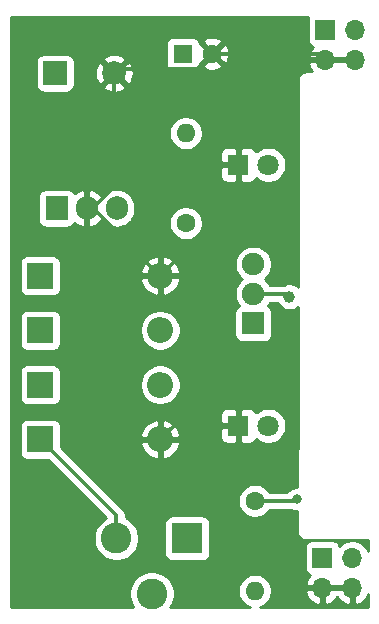
<source format=gbl>
%TF.GenerationSoftware,KiCad,Pcbnew,(5.1.7)-1*%
%TF.CreationDate,2020-12-23T17:26:37-03:00*%
%TF.ProjectId,Breadboard Power Supply,42726561-6462-46f6-9172-6420506f7765,-*%
%TF.SameCoordinates,Original*%
%TF.FileFunction,Copper,L2,Bot*%
%TF.FilePolarity,Positive*%
%FSLAX46Y46*%
G04 Gerber Fmt 4.6, Leading zero omitted, Abs format (unit mm)*
G04 Created by KiCad (PCBNEW (5.1.7)-1) date 2020-12-23 17:26:37*
%MOMM*%
%LPD*%
G01*
G04 APERTURE LIST*
%TA.AperFunction,ComponentPad*%
%ADD10R,2.000000X2.000000*%
%TD*%
%TA.AperFunction,ComponentPad*%
%ADD11C,2.000000*%
%TD*%
%TA.AperFunction,ComponentPad*%
%ADD12R,1.600000X1.600000*%
%TD*%
%TA.AperFunction,ComponentPad*%
%ADD13C,1.600000*%
%TD*%
%TA.AperFunction,ComponentPad*%
%ADD14O,2.200000X2.200000*%
%TD*%
%TA.AperFunction,ComponentPad*%
%ADD15R,2.200000X2.200000*%
%TD*%
%TA.AperFunction,ComponentPad*%
%ADD16R,1.800000X1.800000*%
%TD*%
%TA.AperFunction,ComponentPad*%
%ADD17C,1.800000*%
%TD*%
%TA.AperFunction,ComponentPad*%
%ADD18R,2.600000X2.600000*%
%TD*%
%TA.AperFunction,ComponentPad*%
%ADD19C,2.600000*%
%TD*%
%TA.AperFunction,ComponentPad*%
%ADD20R,1.700000X1.700000*%
%TD*%
%TA.AperFunction,ComponentPad*%
%ADD21O,1.700000X1.700000*%
%TD*%
%TA.AperFunction,ComponentPad*%
%ADD22O,1.600000X1.600000*%
%TD*%
%TA.AperFunction,ComponentPad*%
%ADD23R,1.900000X1.900000*%
%TD*%
%TA.AperFunction,ComponentPad*%
%ADD24C,1.900000*%
%TD*%
%TA.AperFunction,ComponentPad*%
%ADD25R,1.905000X2.000000*%
%TD*%
%TA.AperFunction,ComponentPad*%
%ADD26O,1.905000X2.000000*%
%TD*%
%TA.AperFunction,ViaPad*%
%ADD27C,1.000000*%
%TD*%
%TA.AperFunction,ViaPad*%
%ADD28C,0.800000*%
%TD*%
%TA.AperFunction,Conductor*%
%ADD29C,0.300000*%
%TD*%
%TA.AperFunction,Conductor*%
%ADD30C,0.254000*%
%TD*%
%TA.AperFunction,Conductor*%
%ADD31C,0.100000*%
%TD*%
G04 APERTURE END LIST*
D10*
%TO.P,C1,1*%
%TO.N,/Vin*%
X117348000Y-68834000D03*
D11*
%TO.P,C1,2*%
%TO.N,/V-*%
X122348000Y-68834000D03*
%TD*%
D12*
%TO.P,C2,1*%
%TO.N,/Vout1*%
X128143000Y-67183000D03*
D13*
%TO.P,C2,2*%
%TO.N,/V-*%
X130643000Y-67183000D03*
%TD*%
D14*
%TO.P,D1,2*%
%TO.N,Net-(D1-Pad2)*%
X126238000Y-95207666D03*
D15*
%TO.P,D1,1*%
%TO.N,/Vin*%
X116078000Y-95207666D03*
%TD*%
D14*
%TO.P,D2,2*%
%TO.N,/V-*%
X126238000Y-85979000D03*
D15*
%TO.P,D2,1*%
%TO.N,Net-(D1-Pad2)*%
X116078000Y-85979000D03*
%TD*%
%TO.P,D3,1*%
%TO.N,Net-(D3-Pad1)*%
X116078000Y-99822000D03*
D14*
%TO.P,D3,2*%
%TO.N,/V-*%
X126238000Y-99822000D03*
%TD*%
D15*
%TO.P,D4,1*%
%TO.N,/Vin*%
X116078000Y-90593333D03*
D14*
%TO.P,D4,2*%
%TO.N,Net-(D3-Pad1)*%
X126238000Y-90593333D03*
%TD*%
D16*
%TO.P,D5,1*%
%TO.N,/V-*%
X132842000Y-98679000D03*
D17*
%TO.P,D5,2*%
%TO.N,Net-(D5-Pad2)*%
X135382000Y-98679000D03*
%TD*%
%TO.P,D6,2*%
%TO.N,Net-(D6-Pad2)*%
X135382000Y-76581000D03*
D16*
%TO.P,D6,1*%
%TO.N,/V-*%
X132842000Y-76581000D03*
%TD*%
D18*
%TO.P,J1,1*%
%TO.N,Net-(D1-Pad2)*%
X128524000Y-108204000D03*
D19*
%TO.P,J1,2*%
%TO.N,Net-(D3-Pad1)*%
X122524000Y-108204000D03*
%TO.P,J1,3*%
%TO.N,N/C*%
X125524000Y-112904000D03*
%TD*%
D20*
%TO.P,J2,1*%
%TO.N,/Vout2*%
X140208000Y-65151000D03*
D21*
%TO.P,J2,2*%
X142748000Y-65151000D03*
%TO.P,J2,3*%
%TO.N,/V-*%
X140208000Y-67691000D03*
%TO.P,J2,4*%
X142748000Y-67691000D03*
%TD*%
%TO.P,J3,4*%
%TO.N,/V-*%
X142494000Y-112395000D03*
%TO.P,J3,3*%
X139954000Y-112395000D03*
%TO.P,J3,2*%
%TO.N,/Vout2*%
X142494000Y-109855000D03*
D20*
%TO.P,J3,1*%
X139954000Y-109855000D03*
%TD*%
D13*
%TO.P,R1,1*%
%TO.N,/Vout1*%
X134239000Y-105029000D03*
D22*
%TO.P,R1,2*%
%TO.N,Net-(D5-Pad2)*%
X134239000Y-112649000D03*
%TD*%
%TO.P,R2,2*%
%TO.N,Net-(D6-Pad2)*%
X128397000Y-73914000D03*
D13*
%TO.P,R2,1*%
%TO.N,/Vout2*%
X128397000Y-81534000D03*
%TD*%
D23*
%TO.P,SW1,1*%
%TO.N,/Vout2*%
X134112000Y-90010000D03*
D24*
%TO.P,SW1,2*%
%TO.N,/Vout1*%
X134112000Y-87510000D03*
%TO.P,SW1,3*%
%TO.N,N/C*%
X134112000Y-85010000D03*
%TD*%
D25*
%TO.P,U1,1*%
%TO.N,/Vin*%
X117475000Y-80264000D03*
D26*
%TO.P,U1,2*%
%TO.N,/V-*%
X120015000Y-80264000D03*
%TO.P,U1,3*%
%TO.N,/Vout1*%
X122555000Y-80264000D03*
%TD*%
D27*
%TO.N,/Vout1*%
X137160000Y-87757000D03*
D28*
X137795000Y-104902000D03*
%TD*%
D29*
%TO.N,/Vout1*%
X137668000Y-105029000D02*
X137795000Y-104902000D01*
X134239000Y-105029000D02*
X137668000Y-105029000D01*
X136913000Y-87510000D02*
X137160000Y-87757000D01*
X134112000Y-87510000D02*
X136913000Y-87510000D01*
%TO.N,Net-(D3-Pad1)*%
X122524000Y-106268000D02*
X116078000Y-99822000D01*
X122524000Y-108204000D02*
X122524000Y-106268000D01*
%TO.N,/V-*%
X142494000Y-112395000D02*
X139954000Y-112395000D01*
X132842000Y-106485081D02*
X132842000Y-98679000D01*
X138751919Y-112395000D02*
X132842000Y-106485081D01*
X139954000Y-112395000D02*
X138751919Y-112395000D01*
X127381000Y-98679000D02*
X126238000Y-99822000D01*
X132842000Y-98679000D02*
X127381000Y-98679000D01*
X132842000Y-79375000D02*
X132842000Y-76581000D01*
X126238000Y-85979000D02*
X132842000Y-79375000D01*
X120523000Y-80264000D02*
X126238000Y-85979000D01*
X120015000Y-80264000D02*
X120523000Y-80264000D01*
X122348000Y-78440052D02*
X122348000Y-68834000D01*
X120524052Y-80264000D02*
X122348000Y-78440052D01*
X120015000Y-80264000D02*
X120524052Y-80264000D01*
X122748999Y-68433001D02*
X122348000Y-68834000D01*
X129392999Y-68433001D02*
X122748999Y-68433001D01*
X130643000Y-67183000D02*
X129392999Y-68433001D01*
X139700000Y-67183000D02*
X140208000Y-67691000D01*
X130643000Y-67183000D02*
X139700000Y-67183000D01*
X140208000Y-67691000D02*
X142748000Y-67691000D01*
%TD*%
D30*
%TO.N,/V-*%
X138768498Y-64056820D02*
X138732188Y-64176518D01*
X138719928Y-64301000D01*
X138719928Y-66001000D01*
X138732188Y-66125482D01*
X138768498Y-66245180D01*
X138827463Y-66355494D01*
X138906815Y-66452185D01*
X139003506Y-66531537D01*
X139113820Y-66590502D01*
X139194466Y-66614966D01*
X139110412Y-66690731D01*
X138936359Y-66924080D01*
X138811175Y-67186901D01*
X138766524Y-67334110D01*
X138887845Y-67564000D01*
X140081000Y-67564000D01*
X140081000Y-67544000D01*
X140335000Y-67544000D01*
X140335000Y-67564000D01*
X142621000Y-67564000D01*
X142621000Y-67544000D01*
X142875000Y-67544000D01*
X142875000Y-67564000D01*
X142895000Y-67564000D01*
X142895000Y-67818000D01*
X142875000Y-67818000D01*
X142875000Y-67838000D01*
X142621000Y-67838000D01*
X142621000Y-67818000D01*
X140335000Y-67818000D01*
X140335000Y-67838000D01*
X140081000Y-67838000D01*
X140081000Y-67818000D01*
X138887845Y-67818000D01*
X138766524Y-68047890D01*
X138811175Y-68195099D01*
X138936359Y-68457920D01*
X139103498Y-68682000D01*
X138589419Y-68682000D01*
X138557000Y-68678807D01*
X138524581Y-68682000D01*
X138427617Y-68691550D01*
X138303207Y-68729290D01*
X138188550Y-68790575D01*
X138088052Y-68873052D01*
X138005575Y-68973550D01*
X137944290Y-69088207D01*
X137906550Y-69212617D01*
X137893807Y-69342000D01*
X137897001Y-69374429D01*
X137897001Y-86888869D01*
X137883520Y-86875388D01*
X137697624Y-86751176D01*
X137491067Y-86665617D01*
X137271788Y-86622000D01*
X137048212Y-86622000D01*
X136828933Y-86665617D01*
X136685570Y-86725000D01*
X135493743Y-86725000D01*
X135343150Y-86499621D01*
X135122379Y-86278850D01*
X135094168Y-86260000D01*
X135122379Y-86241150D01*
X135343150Y-86020379D01*
X135516609Y-85760779D01*
X135636089Y-85472327D01*
X135697000Y-85166109D01*
X135697000Y-84853891D01*
X135636089Y-84547673D01*
X135516609Y-84259221D01*
X135343150Y-83999621D01*
X135122379Y-83778850D01*
X134862779Y-83605391D01*
X134574327Y-83485911D01*
X134268109Y-83425000D01*
X133955891Y-83425000D01*
X133649673Y-83485911D01*
X133361221Y-83605391D01*
X133101621Y-83778850D01*
X132880850Y-83999621D01*
X132707391Y-84259221D01*
X132587911Y-84547673D01*
X132527000Y-84853891D01*
X132527000Y-85166109D01*
X132587911Y-85472327D01*
X132707391Y-85760779D01*
X132880850Y-86020379D01*
X133101621Y-86241150D01*
X133129832Y-86260000D01*
X133101621Y-86278850D01*
X132880850Y-86499621D01*
X132707391Y-86759221D01*
X132587911Y-87047673D01*
X132527000Y-87353891D01*
X132527000Y-87666109D01*
X132587911Y-87972327D01*
X132707391Y-88260779D01*
X132866021Y-88498186D01*
X132807506Y-88529463D01*
X132710815Y-88608815D01*
X132631463Y-88705506D01*
X132572498Y-88815820D01*
X132536188Y-88935518D01*
X132523928Y-89060000D01*
X132523928Y-90960000D01*
X132536188Y-91084482D01*
X132572498Y-91204180D01*
X132631463Y-91314494D01*
X132710815Y-91411185D01*
X132807506Y-91490537D01*
X132917820Y-91549502D01*
X133037518Y-91585812D01*
X133162000Y-91598072D01*
X135062000Y-91598072D01*
X135186482Y-91585812D01*
X135306180Y-91549502D01*
X135416494Y-91490537D01*
X135513185Y-91411185D01*
X135592537Y-91314494D01*
X135651502Y-91204180D01*
X135687812Y-91084482D01*
X135700072Y-90960000D01*
X135700072Y-89060000D01*
X135687812Y-88935518D01*
X135651502Y-88815820D01*
X135592537Y-88705506D01*
X135513185Y-88608815D01*
X135416494Y-88529463D01*
X135357979Y-88498186D01*
X135493743Y-88295000D01*
X136154427Y-88295000D01*
X136278388Y-88480520D01*
X136436480Y-88638612D01*
X136622376Y-88762824D01*
X136828933Y-88848383D01*
X137048212Y-88892000D01*
X137271788Y-88892000D01*
X137491067Y-88848383D01*
X137697624Y-88762824D01*
X137883520Y-88638612D01*
X137897000Y-88625132D01*
X137897000Y-97486355D01*
X137834033Y-103867000D01*
X137693061Y-103867000D01*
X137493102Y-103906774D01*
X137304744Y-103984795D01*
X137135226Y-104098063D01*
X136991063Y-104242226D01*
X136989878Y-104244000D01*
X135440339Y-104244000D01*
X135353637Y-104114241D01*
X135153759Y-103914363D01*
X134918727Y-103757320D01*
X134657574Y-103649147D01*
X134380335Y-103594000D01*
X134097665Y-103594000D01*
X133820426Y-103649147D01*
X133559273Y-103757320D01*
X133324241Y-103914363D01*
X133124363Y-104114241D01*
X132967320Y-104349273D01*
X132859147Y-104610426D01*
X132804000Y-104887665D01*
X132804000Y-105170335D01*
X132859147Y-105447574D01*
X132967320Y-105708727D01*
X133124363Y-105943759D01*
X133324241Y-106143637D01*
X133559273Y-106300680D01*
X133820426Y-106408853D01*
X134097665Y-106464000D01*
X134380335Y-106464000D01*
X134657574Y-106408853D01*
X134918727Y-106300680D01*
X135153759Y-106143637D01*
X135353637Y-105943759D01*
X135440339Y-105814000D01*
X137296954Y-105814000D01*
X137304744Y-105819205D01*
X137493102Y-105897226D01*
X137693061Y-105937000D01*
X137813605Y-105937000D01*
X137795006Y-107821747D01*
X137797202Y-107846546D01*
X137804193Y-107870441D01*
X137815712Y-107892512D01*
X137831316Y-107911912D01*
X137850404Y-107927895D01*
X137872244Y-107939847D01*
X137895996Y-107947309D01*
X137922000Y-107950000D01*
X137944401Y-107950000D01*
X138005575Y-108064450D01*
X138088052Y-108164948D01*
X138188550Y-108247425D01*
X138303207Y-108308710D01*
X138427617Y-108346450D01*
X138557000Y-108359193D01*
X138589419Y-108356000D01*
X143866001Y-108356000D01*
X143866001Y-109286812D01*
X143809990Y-109151589D01*
X143647475Y-108908368D01*
X143440632Y-108701525D01*
X143197411Y-108539010D01*
X142927158Y-108427068D01*
X142640260Y-108370000D01*
X142347740Y-108370000D01*
X142060842Y-108427068D01*
X141790589Y-108539010D01*
X141547368Y-108701525D01*
X141415513Y-108833380D01*
X141393502Y-108760820D01*
X141334537Y-108650506D01*
X141255185Y-108553815D01*
X141158494Y-108474463D01*
X141048180Y-108415498D01*
X140928482Y-108379188D01*
X140804000Y-108366928D01*
X139104000Y-108366928D01*
X138979518Y-108379188D01*
X138859820Y-108415498D01*
X138749506Y-108474463D01*
X138652815Y-108553815D01*
X138573463Y-108650506D01*
X138514498Y-108760820D01*
X138478188Y-108880518D01*
X138465928Y-109005000D01*
X138465928Y-110705000D01*
X138478188Y-110829482D01*
X138514498Y-110949180D01*
X138573463Y-111059494D01*
X138652815Y-111156185D01*
X138749506Y-111235537D01*
X138859820Y-111294502D01*
X138940466Y-111318966D01*
X138856412Y-111394731D01*
X138682359Y-111628080D01*
X138557175Y-111890901D01*
X138512524Y-112038110D01*
X138633845Y-112268000D01*
X139827000Y-112268000D01*
X139827000Y-112248000D01*
X140081000Y-112248000D01*
X140081000Y-112268000D01*
X142367000Y-112268000D01*
X142367000Y-112248000D01*
X142621000Y-112248000D01*
X142621000Y-112268000D01*
X142641000Y-112268000D01*
X142641000Y-112522000D01*
X142621000Y-112522000D01*
X142621000Y-113715814D01*
X142850891Y-113836481D01*
X143125252Y-113739157D01*
X143375355Y-113590178D01*
X143591588Y-113395269D01*
X143765641Y-113161920D01*
X143866000Y-112951218D01*
X143866000Y-114021000D01*
X134676533Y-114021000D01*
X134918727Y-113920680D01*
X135153759Y-113763637D01*
X135353637Y-113563759D01*
X135510680Y-113328727D01*
X135618853Y-113067574D01*
X135674000Y-112790335D01*
X135674000Y-112751890D01*
X138512524Y-112751890D01*
X138557175Y-112899099D01*
X138682359Y-113161920D01*
X138856412Y-113395269D01*
X139072645Y-113590178D01*
X139322748Y-113739157D01*
X139597109Y-113836481D01*
X139827000Y-113715814D01*
X139827000Y-112522000D01*
X140081000Y-112522000D01*
X140081000Y-113715814D01*
X140310891Y-113836481D01*
X140585252Y-113739157D01*
X140835355Y-113590178D01*
X141051588Y-113395269D01*
X141224000Y-113164120D01*
X141396412Y-113395269D01*
X141612645Y-113590178D01*
X141862748Y-113739157D01*
X142137109Y-113836481D01*
X142367000Y-113715814D01*
X142367000Y-112522000D01*
X140081000Y-112522000D01*
X139827000Y-112522000D01*
X138633845Y-112522000D01*
X138512524Y-112751890D01*
X135674000Y-112751890D01*
X135674000Y-112507665D01*
X135618853Y-112230426D01*
X135510680Y-111969273D01*
X135353637Y-111734241D01*
X135153759Y-111534363D01*
X134918727Y-111377320D01*
X134657574Y-111269147D01*
X134380335Y-111214000D01*
X134097665Y-111214000D01*
X133820426Y-111269147D01*
X133559273Y-111377320D01*
X133324241Y-111534363D01*
X133124363Y-111734241D01*
X132967320Y-111969273D01*
X132859147Y-112230426D01*
X132804000Y-112507665D01*
X132804000Y-112790335D01*
X132859147Y-113067574D01*
X132967320Y-113328727D01*
X133124363Y-113563759D01*
X133324241Y-113763637D01*
X133559273Y-113920680D01*
X133801467Y-114021000D01*
X127104850Y-114021000D01*
X127238775Y-113820566D01*
X127384639Y-113468419D01*
X127459000Y-113094581D01*
X127459000Y-112713419D01*
X127384639Y-112339581D01*
X127238775Y-111987434D01*
X127027013Y-111670509D01*
X126757491Y-111400987D01*
X126440566Y-111189225D01*
X126088419Y-111043361D01*
X125714581Y-110969000D01*
X125333419Y-110969000D01*
X124959581Y-111043361D01*
X124607434Y-111189225D01*
X124290509Y-111400987D01*
X124020987Y-111670509D01*
X123809225Y-111987434D01*
X123663361Y-112339581D01*
X123589000Y-112713419D01*
X123589000Y-113094581D01*
X123663361Y-113468419D01*
X123809225Y-113820566D01*
X123943150Y-114021000D01*
X113563000Y-114021000D01*
X113563000Y-98722000D01*
X114339928Y-98722000D01*
X114339928Y-100922000D01*
X114352188Y-101046482D01*
X114388498Y-101166180D01*
X114447463Y-101276494D01*
X114526815Y-101373185D01*
X114623506Y-101452537D01*
X114733820Y-101511502D01*
X114853518Y-101547812D01*
X114978000Y-101560072D01*
X116705915Y-101560072D01*
X121626974Y-106481131D01*
X121607434Y-106489225D01*
X121290509Y-106700987D01*
X121020987Y-106970509D01*
X120809225Y-107287434D01*
X120663361Y-107639581D01*
X120589000Y-108013419D01*
X120589000Y-108394581D01*
X120663361Y-108768419D01*
X120809225Y-109120566D01*
X121020987Y-109437491D01*
X121290509Y-109707013D01*
X121607434Y-109918775D01*
X121959581Y-110064639D01*
X122333419Y-110139000D01*
X122714581Y-110139000D01*
X123088419Y-110064639D01*
X123440566Y-109918775D01*
X123757491Y-109707013D01*
X124027013Y-109437491D01*
X124238775Y-109120566D01*
X124384639Y-108768419D01*
X124459000Y-108394581D01*
X124459000Y-108013419D01*
X124384639Y-107639581D01*
X124238775Y-107287434D01*
X124027013Y-106970509D01*
X123960504Y-106904000D01*
X126585928Y-106904000D01*
X126585928Y-109504000D01*
X126598188Y-109628482D01*
X126634498Y-109748180D01*
X126693463Y-109858494D01*
X126772815Y-109955185D01*
X126869506Y-110034537D01*
X126979820Y-110093502D01*
X127099518Y-110129812D01*
X127224000Y-110142072D01*
X129824000Y-110142072D01*
X129948482Y-110129812D01*
X130068180Y-110093502D01*
X130178494Y-110034537D01*
X130275185Y-109955185D01*
X130354537Y-109858494D01*
X130413502Y-109748180D01*
X130449812Y-109628482D01*
X130462072Y-109504000D01*
X130462072Y-106904000D01*
X130449812Y-106779518D01*
X130413502Y-106659820D01*
X130354537Y-106549506D01*
X130275185Y-106452815D01*
X130178494Y-106373463D01*
X130068180Y-106314498D01*
X129948482Y-106278188D01*
X129824000Y-106265928D01*
X127224000Y-106265928D01*
X127099518Y-106278188D01*
X126979820Y-106314498D01*
X126869506Y-106373463D01*
X126772815Y-106452815D01*
X126693463Y-106549506D01*
X126634498Y-106659820D01*
X126598188Y-106779518D01*
X126585928Y-106904000D01*
X123960504Y-106904000D01*
X123757491Y-106700987D01*
X123440566Y-106489225D01*
X123309000Y-106434729D01*
X123309000Y-106306556D01*
X123312797Y-106268000D01*
X123309000Y-106229444D01*
X123309000Y-106229439D01*
X123305020Y-106189026D01*
X123297642Y-106114113D01*
X123252754Y-105966140D01*
X123240791Y-105943759D01*
X123179862Y-105829767D01*
X123081764Y-105710236D01*
X123051810Y-105685653D01*
X117816072Y-100449915D01*
X117816072Y-100218122D01*
X124548825Y-100218122D01*
X124613425Y-100431094D01*
X124763469Y-100736329D01*
X124970178Y-101006427D01*
X125225609Y-101231008D01*
X125519946Y-101401442D01*
X125841877Y-101511179D01*
X126111000Y-101393600D01*
X126111000Y-99949000D01*
X126365000Y-99949000D01*
X126365000Y-101393600D01*
X126634123Y-101511179D01*
X126956054Y-101401442D01*
X127250391Y-101231008D01*
X127505822Y-101006427D01*
X127712531Y-100736329D01*
X127862575Y-100431094D01*
X127927175Y-100218122D01*
X127809125Y-99949000D01*
X126365000Y-99949000D01*
X126111000Y-99949000D01*
X124666875Y-99949000D01*
X124548825Y-100218122D01*
X117816072Y-100218122D01*
X117816072Y-99425878D01*
X124548825Y-99425878D01*
X124666875Y-99695000D01*
X126111000Y-99695000D01*
X126111000Y-98250400D01*
X126365000Y-98250400D01*
X126365000Y-99695000D01*
X127809125Y-99695000D01*
X127860008Y-99579000D01*
X131303928Y-99579000D01*
X131316188Y-99703482D01*
X131352498Y-99823180D01*
X131411463Y-99933494D01*
X131490815Y-100030185D01*
X131587506Y-100109537D01*
X131697820Y-100168502D01*
X131817518Y-100204812D01*
X131942000Y-100217072D01*
X132556250Y-100214000D01*
X132715000Y-100055250D01*
X132715000Y-98806000D01*
X131465750Y-98806000D01*
X131307000Y-98964750D01*
X131303928Y-99579000D01*
X127860008Y-99579000D01*
X127927175Y-99425878D01*
X127862575Y-99212906D01*
X127712531Y-98907671D01*
X127505822Y-98637573D01*
X127250391Y-98412992D01*
X126956054Y-98242558D01*
X126634123Y-98132821D01*
X126365000Y-98250400D01*
X126111000Y-98250400D01*
X125841877Y-98132821D01*
X125519946Y-98242558D01*
X125225609Y-98412992D01*
X124970178Y-98637573D01*
X124763469Y-98907671D01*
X124613425Y-99212906D01*
X124548825Y-99425878D01*
X117816072Y-99425878D01*
X117816072Y-98722000D01*
X117803812Y-98597518D01*
X117767502Y-98477820D01*
X117708537Y-98367506D01*
X117629185Y-98270815D01*
X117532494Y-98191463D01*
X117422180Y-98132498D01*
X117302482Y-98096188D01*
X117178000Y-98083928D01*
X114978000Y-98083928D01*
X114853518Y-98096188D01*
X114733820Y-98132498D01*
X114623506Y-98191463D01*
X114526815Y-98270815D01*
X114447463Y-98367506D01*
X114388498Y-98477820D01*
X114352188Y-98597518D01*
X114339928Y-98722000D01*
X113563000Y-98722000D01*
X113563000Y-97779000D01*
X131303928Y-97779000D01*
X131307000Y-98393250D01*
X131465750Y-98552000D01*
X132715000Y-98552000D01*
X132715000Y-97302750D01*
X132969000Y-97302750D01*
X132969000Y-98552000D01*
X132989000Y-98552000D01*
X132989000Y-98806000D01*
X132969000Y-98806000D01*
X132969000Y-100055250D01*
X133127750Y-100214000D01*
X133742000Y-100217072D01*
X133866482Y-100204812D01*
X133986180Y-100168502D01*
X134096494Y-100109537D01*
X134193185Y-100030185D01*
X134272537Y-99933494D01*
X134331502Y-99823180D01*
X134337056Y-99804873D01*
X134403495Y-99871312D01*
X134654905Y-100039299D01*
X134934257Y-100155011D01*
X135230816Y-100214000D01*
X135533184Y-100214000D01*
X135829743Y-100155011D01*
X136109095Y-100039299D01*
X136360505Y-99871312D01*
X136574312Y-99657505D01*
X136742299Y-99406095D01*
X136858011Y-99126743D01*
X136917000Y-98830184D01*
X136917000Y-98527816D01*
X136858011Y-98231257D01*
X136742299Y-97951905D01*
X136574312Y-97700495D01*
X136360505Y-97486688D01*
X136109095Y-97318701D01*
X135829743Y-97202989D01*
X135533184Y-97144000D01*
X135230816Y-97144000D01*
X134934257Y-97202989D01*
X134654905Y-97318701D01*
X134403495Y-97486688D01*
X134337056Y-97553127D01*
X134331502Y-97534820D01*
X134272537Y-97424506D01*
X134193185Y-97327815D01*
X134096494Y-97248463D01*
X133986180Y-97189498D01*
X133866482Y-97153188D01*
X133742000Y-97140928D01*
X133127750Y-97144000D01*
X132969000Y-97302750D01*
X132715000Y-97302750D01*
X132556250Y-97144000D01*
X131942000Y-97140928D01*
X131817518Y-97153188D01*
X131697820Y-97189498D01*
X131587506Y-97248463D01*
X131490815Y-97327815D01*
X131411463Y-97424506D01*
X131352498Y-97534820D01*
X131316188Y-97654518D01*
X131303928Y-97779000D01*
X113563000Y-97779000D01*
X113563000Y-94107666D01*
X114339928Y-94107666D01*
X114339928Y-96307666D01*
X114352188Y-96432148D01*
X114388498Y-96551846D01*
X114447463Y-96662160D01*
X114526815Y-96758851D01*
X114623506Y-96838203D01*
X114733820Y-96897168D01*
X114853518Y-96933478D01*
X114978000Y-96945738D01*
X117178000Y-96945738D01*
X117302482Y-96933478D01*
X117422180Y-96897168D01*
X117532494Y-96838203D01*
X117629185Y-96758851D01*
X117708537Y-96662160D01*
X117767502Y-96551846D01*
X117803812Y-96432148D01*
X117816072Y-96307666D01*
X117816072Y-95036783D01*
X124503000Y-95036783D01*
X124503000Y-95378549D01*
X124569675Y-95713747D01*
X124700463Y-96029497D01*
X124890337Y-96313664D01*
X125132002Y-96555329D01*
X125416169Y-96745203D01*
X125731919Y-96875991D01*
X126067117Y-96942666D01*
X126408883Y-96942666D01*
X126744081Y-96875991D01*
X127059831Y-96745203D01*
X127343998Y-96555329D01*
X127585663Y-96313664D01*
X127775537Y-96029497D01*
X127906325Y-95713747D01*
X127973000Y-95378549D01*
X127973000Y-95036783D01*
X127906325Y-94701585D01*
X127775537Y-94385835D01*
X127585663Y-94101668D01*
X127343998Y-93860003D01*
X127059831Y-93670129D01*
X126744081Y-93539341D01*
X126408883Y-93472666D01*
X126067117Y-93472666D01*
X125731919Y-93539341D01*
X125416169Y-93670129D01*
X125132002Y-93860003D01*
X124890337Y-94101668D01*
X124700463Y-94385835D01*
X124569675Y-94701585D01*
X124503000Y-95036783D01*
X117816072Y-95036783D01*
X117816072Y-94107666D01*
X117803812Y-93983184D01*
X117767502Y-93863486D01*
X117708537Y-93753172D01*
X117629185Y-93656481D01*
X117532494Y-93577129D01*
X117422180Y-93518164D01*
X117302482Y-93481854D01*
X117178000Y-93469594D01*
X114978000Y-93469594D01*
X114853518Y-93481854D01*
X114733820Y-93518164D01*
X114623506Y-93577129D01*
X114526815Y-93656481D01*
X114447463Y-93753172D01*
X114388498Y-93863486D01*
X114352188Y-93983184D01*
X114339928Y-94107666D01*
X113563000Y-94107666D01*
X113563000Y-89493333D01*
X114339928Y-89493333D01*
X114339928Y-91693333D01*
X114352188Y-91817815D01*
X114388498Y-91937513D01*
X114447463Y-92047827D01*
X114526815Y-92144518D01*
X114623506Y-92223870D01*
X114733820Y-92282835D01*
X114853518Y-92319145D01*
X114978000Y-92331405D01*
X117178000Y-92331405D01*
X117302482Y-92319145D01*
X117422180Y-92282835D01*
X117532494Y-92223870D01*
X117629185Y-92144518D01*
X117708537Y-92047827D01*
X117767502Y-91937513D01*
X117803812Y-91817815D01*
X117816072Y-91693333D01*
X117816072Y-90422450D01*
X124503000Y-90422450D01*
X124503000Y-90764216D01*
X124569675Y-91099414D01*
X124700463Y-91415164D01*
X124890337Y-91699331D01*
X125132002Y-91940996D01*
X125416169Y-92130870D01*
X125731919Y-92261658D01*
X126067117Y-92328333D01*
X126408883Y-92328333D01*
X126744081Y-92261658D01*
X127059831Y-92130870D01*
X127343998Y-91940996D01*
X127585663Y-91699331D01*
X127775537Y-91415164D01*
X127906325Y-91099414D01*
X127973000Y-90764216D01*
X127973000Y-90422450D01*
X127906325Y-90087252D01*
X127775537Y-89771502D01*
X127585663Y-89487335D01*
X127343998Y-89245670D01*
X127059831Y-89055796D01*
X126744081Y-88925008D01*
X126408883Y-88858333D01*
X126067117Y-88858333D01*
X125731919Y-88925008D01*
X125416169Y-89055796D01*
X125132002Y-89245670D01*
X124890337Y-89487335D01*
X124700463Y-89771502D01*
X124569675Y-90087252D01*
X124503000Y-90422450D01*
X117816072Y-90422450D01*
X117816072Y-89493333D01*
X117803812Y-89368851D01*
X117767502Y-89249153D01*
X117708537Y-89138839D01*
X117629185Y-89042148D01*
X117532494Y-88962796D01*
X117422180Y-88903831D01*
X117302482Y-88867521D01*
X117178000Y-88855261D01*
X114978000Y-88855261D01*
X114853518Y-88867521D01*
X114733820Y-88903831D01*
X114623506Y-88962796D01*
X114526815Y-89042148D01*
X114447463Y-89138839D01*
X114388498Y-89249153D01*
X114352188Y-89368851D01*
X114339928Y-89493333D01*
X113563000Y-89493333D01*
X113563000Y-84879000D01*
X114339928Y-84879000D01*
X114339928Y-87079000D01*
X114352188Y-87203482D01*
X114388498Y-87323180D01*
X114447463Y-87433494D01*
X114526815Y-87530185D01*
X114623506Y-87609537D01*
X114733820Y-87668502D01*
X114853518Y-87704812D01*
X114978000Y-87717072D01*
X117178000Y-87717072D01*
X117302482Y-87704812D01*
X117422180Y-87668502D01*
X117532494Y-87609537D01*
X117629185Y-87530185D01*
X117708537Y-87433494D01*
X117767502Y-87323180D01*
X117803812Y-87203482D01*
X117816072Y-87079000D01*
X117816072Y-86375122D01*
X124548825Y-86375122D01*
X124613425Y-86588094D01*
X124763469Y-86893329D01*
X124970178Y-87163427D01*
X125225609Y-87388008D01*
X125519946Y-87558442D01*
X125841877Y-87668179D01*
X126111000Y-87550600D01*
X126111000Y-86106000D01*
X126365000Y-86106000D01*
X126365000Y-87550600D01*
X126634123Y-87668179D01*
X126956054Y-87558442D01*
X127250391Y-87388008D01*
X127505822Y-87163427D01*
X127712531Y-86893329D01*
X127862575Y-86588094D01*
X127927175Y-86375122D01*
X127809125Y-86106000D01*
X126365000Y-86106000D01*
X126111000Y-86106000D01*
X124666875Y-86106000D01*
X124548825Y-86375122D01*
X117816072Y-86375122D01*
X117816072Y-85582878D01*
X124548825Y-85582878D01*
X124666875Y-85852000D01*
X126111000Y-85852000D01*
X126111000Y-84407400D01*
X126365000Y-84407400D01*
X126365000Y-85852000D01*
X127809125Y-85852000D01*
X127927175Y-85582878D01*
X127862575Y-85369906D01*
X127712531Y-85064671D01*
X127505822Y-84794573D01*
X127250391Y-84569992D01*
X126956054Y-84399558D01*
X126634123Y-84289821D01*
X126365000Y-84407400D01*
X126111000Y-84407400D01*
X125841877Y-84289821D01*
X125519946Y-84399558D01*
X125225609Y-84569992D01*
X124970178Y-84794573D01*
X124763469Y-85064671D01*
X124613425Y-85369906D01*
X124548825Y-85582878D01*
X117816072Y-85582878D01*
X117816072Y-84879000D01*
X117803812Y-84754518D01*
X117767502Y-84634820D01*
X117708537Y-84524506D01*
X117629185Y-84427815D01*
X117532494Y-84348463D01*
X117422180Y-84289498D01*
X117302482Y-84253188D01*
X117178000Y-84240928D01*
X114978000Y-84240928D01*
X114853518Y-84253188D01*
X114733820Y-84289498D01*
X114623506Y-84348463D01*
X114526815Y-84427815D01*
X114447463Y-84524506D01*
X114388498Y-84634820D01*
X114352188Y-84754518D01*
X114339928Y-84879000D01*
X113563000Y-84879000D01*
X113563000Y-79264000D01*
X115884428Y-79264000D01*
X115884428Y-81264000D01*
X115896688Y-81388482D01*
X115932998Y-81508180D01*
X115991963Y-81618494D01*
X116071315Y-81715185D01*
X116168006Y-81794537D01*
X116278320Y-81853502D01*
X116398018Y-81889812D01*
X116522500Y-81902072D01*
X118427500Y-81902072D01*
X118551982Y-81889812D01*
X118671680Y-81853502D01*
X118781994Y-81794537D01*
X118878685Y-81715185D01*
X118958037Y-81618494D01*
X119007059Y-81526781D01*
X119148077Y-81639969D01*
X119423906Y-81783571D01*
X119642020Y-81854563D01*
X119888000Y-81734594D01*
X119888000Y-80391000D01*
X119868000Y-80391000D01*
X119868000Y-80137000D01*
X119888000Y-80137000D01*
X119888000Y-78793406D01*
X120142000Y-78793406D01*
X120142000Y-80137000D01*
X120162000Y-80137000D01*
X120162000Y-80391000D01*
X120142000Y-80391000D01*
X120142000Y-81734594D01*
X120387980Y-81854563D01*
X120606094Y-81783571D01*
X120881923Y-81639969D01*
X121124437Y-81445315D01*
X121279837Y-81260101D01*
X121427037Y-81439463D01*
X121668766Y-81637845D01*
X121944552Y-81785255D01*
X122243797Y-81876030D01*
X122555000Y-81906681D01*
X122866204Y-81876030D01*
X123165449Y-81785255D01*
X123441235Y-81637845D01*
X123682963Y-81439463D01*
X123721369Y-81392665D01*
X126962000Y-81392665D01*
X126962000Y-81675335D01*
X127017147Y-81952574D01*
X127125320Y-82213727D01*
X127282363Y-82448759D01*
X127482241Y-82648637D01*
X127717273Y-82805680D01*
X127978426Y-82913853D01*
X128255665Y-82969000D01*
X128538335Y-82969000D01*
X128815574Y-82913853D01*
X129076727Y-82805680D01*
X129311759Y-82648637D01*
X129511637Y-82448759D01*
X129668680Y-82213727D01*
X129776853Y-81952574D01*
X129832000Y-81675335D01*
X129832000Y-81392665D01*
X129776853Y-81115426D01*
X129668680Y-80854273D01*
X129511637Y-80619241D01*
X129311759Y-80419363D01*
X129076727Y-80262320D01*
X128815574Y-80154147D01*
X128538335Y-80099000D01*
X128255665Y-80099000D01*
X127978426Y-80154147D01*
X127717273Y-80262320D01*
X127482241Y-80419363D01*
X127282363Y-80619241D01*
X127125320Y-80854273D01*
X127017147Y-81115426D01*
X126962000Y-81392665D01*
X123721369Y-81392665D01*
X123881345Y-81197734D01*
X124028755Y-80921948D01*
X124119530Y-80622703D01*
X124142500Y-80389485D01*
X124142500Y-80138514D01*
X124119530Y-79905296D01*
X124028755Y-79606051D01*
X123881345Y-79330265D01*
X123682963Y-79088537D01*
X123441234Y-78890155D01*
X123165448Y-78742745D01*
X122866203Y-78651970D01*
X122555000Y-78621319D01*
X122243796Y-78651970D01*
X121944551Y-78742745D01*
X121668765Y-78890155D01*
X121427037Y-79088537D01*
X121279838Y-79267900D01*
X121124437Y-79082685D01*
X120881923Y-78888031D01*
X120606094Y-78744429D01*
X120387980Y-78673437D01*
X120142000Y-78793406D01*
X119888000Y-78793406D01*
X119642020Y-78673437D01*
X119423906Y-78744429D01*
X119148077Y-78888031D01*
X119007059Y-79001219D01*
X118958037Y-78909506D01*
X118878685Y-78812815D01*
X118781994Y-78733463D01*
X118671680Y-78674498D01*
X118551982Y-78638188D01*
X118427500Y-78625928D01*
X116522500Y-78625928D01*
X116398018Y-78638188D01*
X116278320Y-78674498D01*
X116168006Y-78733463D01*
X116071315Y-78812815D01*
X115991963Y-78909506D01*
X115932998Y-79019820D01*
X115896688Y-79139518D01*
X115884428Y-79264000D01*
X113563000Y-79264000D01*
X113563000Y-77481000D01*
X131303928Y-77481000D01*
X131316188Y-77605482D01*
X131352498Y-77725180D01*
X131411463Y-77835494D01*
X131490815Y-77932185D01*
X131587506Y-78011537D01*
X131697820Y-78070502D01*
X131817518Y-78106812D01*
X131942000Y-78119072D01*
X132556250Y-78116000D01*
X132715000Y-77957250D01*
X132715000Y-76708000D01*
X131465750Y-76708000D01*
X131307000Y-76866750D01*
X131303928Y-77481000D01*
X113563000Y-77481000D01*
X113563000Y-75681000D01*
X131303928Y-75681000D01*
X131307000Y-76295250D01*
X131465750Y-76454000D01*
X132715000Y-76454000D01*
X132715000Y-75204750D01*
X132969000Y-75204750D01*
X132969000Y-76454000D01*
X132989000Y-76454000D01*
X132989000Y-76708000D01*
X132969000Y-76708000D01*
X132969000Y-77957250D01*
X133127750Y-78116000D01*
X133742000Y-78119072D01*
X133866482Y-78106812D01*
X133986180Y-78070502D01*
X134096494Y-78011537D01*
X134193185Y-77932185D01*
X134272537Y-77835494D01*
X134331502Y-77725180D01*
X134337056Y-77706873D01*
X134403495Y-77773312D01*
X134654905Y-77941299D01*
X134934257Y-78057011D01*
X135230816Y-78116000D01*
X135533184Y-78116000D01*
X135829743Y-78057011D01*
X136109095Y-77941299D01*
X136360505Y-77773312D01*
X136574312Y-77559505D01*
X136742299Y-77308095D01*
X136858011Y-77028743D01*
X136917000Y-76732184D01*
X136917000Y-76429816D01*
X136858011Y-76133257D01*
X136742299Y-75853905D01*
X136574312Y-75602495D01*
X136360505Y-75388688D01*
X136109095Y-75220701D01*
X135829743Y-75104989D01*
X135533184Y-75046000D01*
X135230816Y-75046000D01*
X134934257Y-75104989D01*
X134654905Y-75220701D01*
X134403495Y-75388688D01*
X134337056Y-75455127D01*
X134331502Y-75436820D01*
X134272537Y-75326506D01*
X134193185Y-75229815D01*
X134096494Y-75150463D01*
X133986180Y-75091498D01*
X133866482Y-75055188D01*
X133742000Y-75042928D01*
X133127750Y-75046000D01*
X132969000Y-75204750D01*
X132715000Y-75204750D01*
X132556250Y-75046000D01*
X131942000Y-75042928D01*
X131817518Y-75055188D01*
X131697820Y-75091498D01*
X131587506Y-75150463D01*
X131490815Y-75229815D01*
X131411463Y-75326506D01*
X131352498Y-75436820D01*
X131316188Y-75556518D01*
X131303928Y-75681000D01*
X113563000Y-75681000D01*
X113563000Y-73772665D01*
X126962000Y-73772665D01*
X126962000Y-74055335D01*
X127017147Y-74332574D01*
X127125320Y-74593727D01*
X127282363Y-74828759D01*
X127482241Y-75028637D01*
X127717273Y-75185680D01*
X127978426Y-75293853D01*
X128255665Y-75349000D01*
X128538335Y-75349000D01*
X128815574Y-75293853D01*
X129076727Y-75185680D01*
X129311759Y-75028637D01*
X129511637Y-74828759D01*
X129668680Y-74593727D01*
X129776853Y-74332574D01*
X129832000Y-74055335D01*
X129832000Y-73772665D01*
X129776853Y-73495426D01*
X129668680Y-73234273D01*
X129511637Y-72999241D01*
X129311759Y-72799363D01*
X129076727Y-72642320D01*
X128815574Y-72534147D01*
X128538335Y-72479000D01*
X128255665Y-72479000D01*
X127978426Y-72534147D01*
X127717273Y-72642320D01*
X127482241Y-72799363D01*
X127282363Y-72999241D01*
X127125320Y-73234273D01*
X127017147Y-73495426D01*
X126962000Y-73772665D01*
X113563000Y-73772665D01*
X113563000Y-67834000D01*
X115709928Y-67834000D01*
X115709928Y-69834000D01*
X115722188Y-69958482D01*
X115758498Y-70078180D01*
X115817463Y-70188494D01*
X115896815Y-70285185D01*
X115993506Y-70364537D01*
X116103820Y-70423502D01*
X116223518Y-70459812D01*
X116348000Y-70472072D01*
X118348000Y-70472072D01*
X118472482Y-70459812D01*
X118592180Y-70423502D01*
X118702494Y-70364537D01*
X118799185Y-70285185D01*
X118878537Y-70188494D01*
X118937502Y-70078180D01*
X118970496Y-69969413D01*
X121392192Y-69969413D01*
X121487956Y-70233814D01*
X121777571Y-70374704D01*
X122089108Y-70456384D01*
X122410595Y-70475718D01*
X122729675Y-70431961D01*
X123034088Y-70326795D01*
X123208044Y-70233814D01*
X123303808Y-69969413D01*
X122348000Y-69013605D01*
X121392192Y-69969413D01*
X118970496Y-69969413D01*
X118973812Y-69958482D01*
X118986072Y-69834000D01*
X118986072Y-68896595D01*
X120706282Y-68896595D01*
X120750039Y-69215675D01*
X120855205Y-69520088D01*
X120948186Y-69694044D01*
X121212587Y-69789808D01*
X122168395Y-68834000D01*
X122527605Y-68834000D01*
X123483413Y-69789808D01*
X123747814Y-69694044D01*
X123888704Y-69404429D01*
X123970384Y-69092892D01*
X123989718Y-68771405D01*
X123945961Y-68452325D01*
X123840795Y-68147912D01*
X123747814Y-67973956D01*
X123483413Y-67878192D01*
X122527605Y-68834000D01*
X122168395Y-68834000D01*
X121212587Y-67878192D01*
X120948186Y-67973956D01*
X120807296Y-68263571D01*
X120725616Y-68575108D01*
X120706282Y-68896595D01*
X118986072Y-68896595D01*
X118986072Y-67834000D01*
X118973812Y-67709518D01*
X118970497Y-67698587D01*
X121392192Y-67698587D01*
X122348000Y-68654395D01*
X123303808Y-67698587D01*
X123208044Y-67434186D01*
X122918429Y-67293296D01*
X122606892Y-67211616D01*
X122285405Y-67192282D01*
X121966325Y-67236039D01*
X121661912Y-67341205D01*
X121487956Y-67434186D01*
X121392192Y-67698587D01*
X118970497Y-67698587D01*
X118937502Y-67589820D01*
X118878537Y-67479506D01*
X118799185Y-67382815D01*
X118702494Y-67303463D01*
X118592180Y-67244498D01*
X118472482Y-67208188D01*
X118348000Y-67195928D01*
X116348000Y-67195928D01*
X116223518Y-67208188D01*
X116103820Y-67244498D01*
X115993506Y-67303463D01*
X115896815Y-67382815D01*
X115817463Y-67479506D01*
X115758498Y-67589820D01*
X115722188Y-67709518D01*
X115709928Y-67834000D01*
X113563000Y-67834000D01*
X113563000Y-66383000D01*
X126704928Y-66383000D01*
X126704928Y-67983000D01*
X126717188Y-68107482D01*
X126753498Y-68227180D01*
X126812463Y-68337494D01*
X126891815Y-68434185D01*
X126988506Y-68513537D01*
X127098820Y-68572502D01*
X127218518Y-68608812D01*
X127343000Y-68621072D01*
X128943000Y-68621072D01*
X129067482Y-68608812D01*
X129187180Y-68572502D01*
X129297494Y-68513537D01*
X129394185Y-68434185D01*
X129473537Y-68337494D01*
X129532502Y-68227180D01*
X129548117Y-68175702D01*
X129829903Y-68175702D01*
X129901486Y-68419671D01*
X130156996Y-68540571D01*
X130431184Y-68609300D01*
X130713512Y-68623217D01*
X130993130Y-68581787D01*
X131259292Y-68486603D01*
X131384514Y-68419671D01*
X131456097Y-68175702D01*
X130643000Y-67362605D01*
X129829903Y-68175702D01*
X129548117Y-68175702D01*
X129568812Y-68107482D01*
X129581072Y-67983000D01*
X129581072Y-67975785D01*
X129650298Y-67996097D01*
X130463395Y-67183000D01*
X130822605Y-67183000D01*
X131635702Y-67996097D01*
X131879671Y-67924514D01*
X132000571Y-67669004D01*
X132069300Y-67394816D01*
X132083217Y-67112488D01*
X132041787Y-66832870D01*
X131946603Y-66566708D01*
X131879671Y-66441486D01*
X131635702Y-66369903D01*
X130822605Y-67183000D01*
X130463395Y-67183000D01*
X129650298Y-66369903D01*
X129581072Y-66390215D01*
X129581072Y-66383000D01*
X129568812Y-66258518D01*
X129548118Y-66190298D01*
X129829903Y-66190298D01*
X130643000Y-67003395D01*
X131456097Y-66190298D01*
X131384514Y-65946329D01*
X131129004Y-65825429D01*
X130854816Y-65756700D01*
X130572488Y-65742783D01*
X130292870Y-65784213D01*
X130026708Y-65879397D01*
X129901486Y-65946329D01*
X129829903Y-66190298D01*
X129548118Y-66190298D01*
X129532502Y-66138820D01*
X129473537Y-66028506D01*
X129394185Y-65931815D01*
X129297494Y-65852463D01*
X129187180Y-65793498D01*
X129067482Y-65757188D01*
X128943000Y-65744928D01*
X127343000Y-65744928D01*
X127218518Y-65757188D01*
X127098820Y-65793498D01*
X126988506Y-65852463D01*
X126891815Y-65931815D01*
X126812463Y-66028506D01*
X126753498Y-66138820D01*
X126717188Y-66258518D01*
X126704928Y-66383000D01*
X113563000Y-66383000D01*
X113563000Y-64033000D01*
X138781230Y-64033000D01*
X138768498Y-64056820D01*
%TA.AperFunction,Conductor*%
D31*
G36*
X138768498Y-64056820D02*
G01*
X138732188Y-64176518D01*
X138719928Y-64301000D01*
X138719928Y-66001000D01*
X138732188Y-66125482D01*
X138768498Y-66245180D01*
X138827463Y-66355494D01*
X138906815Y-66452185D01*
X139003506Y-66531537D01*
X139113820Y-66590502D01*
X139194466Y-66614966D01*
X139110412Y-66690731D01*
X138936359Y-66924080D01*
X138811175Y-67186901D01*
X138766524Y-67334110D01*
X138887845Y-67564000D01*
X140081000Y-67564000D01*
X140081000Y-67544000D01*
X140335000Y-67544000D01*
X140335000Y-67564000D01*
X142621000Y-67564000D01*
X142621000Y-67544000D01*
X142875000Y-67544000D01*
X142875000Y-67564000D01*
X142895000Y-67564000D01*
X142895000Y-67818000D01*
X142875000Y-67818000D01*
X142875000Y-67838000D01*
X142621000Y-67838000D01*
X142621000Y-67818000D01*
X140335000Y-67818000D01*
X140335000Y-67838000D01*
X140081000Y-67838000D01*
X140081000Y-67818000D01*
X138887845Y-67818000D01*
X138766524Y-68047890D01*
X138811175Y-68195099D01*
X138936359Y-68457920D01*
X139103498Y-68682000D01*
X138589419Y-68682000D01*
X138557000Y-68678807D01*
X138524581Y-68682000D01*
X138427617Y-68691550D01*
X138303207Y-68729290D01*
X138188550Y-68790575D01*
X138088052Y-68873052D01*
X138005575Y-68973550D01*
X137944290Y-69088207D01*
X137906550Y-69212617D01*
X137893807Y-69342000D01*
X137897001Y-69374429D01*
X137897001Y-86888869D01*
X137883520Y-86875388D01*
X137697624Y-86751176D01*
X137491067Y-86665617D01*
X137271788Y-86622000D01*
X137048212Y-86622000D01*
X136828933Y-86665617D01*
X136685570Y-86725000D01*
X135493743Y-86725000D01*
X135343150Y-86499621D01*
X135122379Y-86278850D01*
X135094168Y-86260000D01*
X135122379Y-86241150D01*
X135343150Y-86020379D01*
X135516609Y-85760779D01*
X135636089Y-85472327D01*
X135697000Y-85166109D01*
X135697000Y-84853891D01*
X135636089Y-84547673D01*
X135516609Y-84259221D01*
X135343150Y-83999621D01*
X135122379Y-83778850D01*
X134862779Y-83605391D01*
X134574327Y-83485911D01*
X134268109Y-83425000D01*
X133955891Y-83425000D01*
X133649673Y-83485911D01*
X133361221Y-83605391D01*
X133101621Y-83778850D01*
X132880850Y-83999621D01*
X132707391Y-84259221D01*
X132587911Y-84547673D01*
X132527000Y-84853891D01*
X132527000Y-85166109D01*
X132587911Y-85472327D01*
X132707391Y-85760779D01*
X132880850Y-86020379D01*
X133101621Y-86241150D01*
X133129832Y-86260000D01*
X133101621Y-86278850D01*
X132880850Y-86499621D01*
X132707391Y-86759221D01*
X132587911Y-87047673D01*
X132527000Y-87353891D01*
X132527000Y-87666109D01*
X132587911Y-87972327D01*
X132707391Y-88260779D01*
X132866021Y-88498186D01*
X132807506Y-88529463D01*
X132710815Y-88608815D01*
X132631463Y-88705506D01*
X132572498Y-88815820D01*
X132536188Y-88935518D01*
X132523928Y-89060000D01*
X132523928Y-90960000D01*
X132536188Y-91084482D01*
X132572498Y-91204180D01*
X132631463Y-91314494D01*
X132710815Y-91411185D01*
X132807506Y-91490537D01*
X132917820Y-91549502D01*
X133037518Y-91585812D01*
X133162000Y-91598072D01*
X135062000Y-91598072D01*
X135186482Y-91585812D01*
X135306180Y-91549502D01*
X135416494Y-91490537D01*
X135513185Y-91411185D01*
X135592537Y-91314494D01*
X135651502Y-91204180D01*
X135687812Y-91084482D01*
X135700072Y-90960000D01*
X135700072Y-89060000D01*
X135687812Y-88935518D01*
X135651502Y-88815820D01*
X135592537Y-88705506D01*
X135513185Y-88608815D01*
X135416494Y-88529463D01*
X135357979Y-88498186D01*
X135493743Y-88295000D01*
X136154427Y-88295000D01*
X136278388Y-88480520D01*
X136436480Y-88638612D01*
X136622376Y-88762824D01*
X136828933Y-88848383D01*
X137048212Y-88892000D01*
X137271788Y-88892000D01*
X137491067Y-88848383D01*
X137697624Y-88762824D01*
X137883520Y-88638612D01*
X137897000Y-88625132D01*
X137897000Y-97486355D01*
X137834033Y-103867000D01*
X137693061Y-103867000D01*
X137493102Y-103906774D01*
X137304744Y-103984795D01*
X137135226Y-104098063D01*
X136991063Y-104242226D01*
X136989878Y-104244000D01*
X135440339Y-104244000D01*
X135353637Y-104114241D01*
X135153759Y-103914363D01*
X134918727Y-103757320D01*
X134657574Y-103649147D01*
X134380335Y-103594000D01*
X134097665Y-103594000D01*
X133820426Y-103649147D01*
X133559273Y-103757320D01*
X133324241Y-103914363D01*
X133124363Y-104114241D01*
X132967320Y-104349273D01*
X132859147Y-104610426D01*
X132804000Y-104887665D01*
X132804000Y-105170335D01*
X132859147Y-105447574D01*
X132967320Y-105708727D01*
X133124363Y-105943759D01*
X133324241Y-106143637D01*
X133559273Y-106300680D01*
X133820426Y-106408853D01*
X134097665Y-106464000D01*
X134380335Y-106464000D01*
X134657574Y-106408853D01*
X134918727Y-106300680D01*
X135153759Y-106143637D01*
X135353637Y-105943759D01*
X135440339Y-105814000D01*
X137296954Y-105814000D01*
X137304744Y-105819205D01*
X137493102Y-105897226D01*
X137693061Y-105937000D01*
X137813605Y-105937000D01*
X137795006Y-107821747D01*
X137797202Y-107846546D01*
X137804193Y-107870441D01*
X137815712Y-107892512D01*
X137831316Y-107911912D01*
X137850404Y-107927895D01*
X137872244Y-107939847D01*
X137895996Y-107947309D01*
X137922000Y-107950000D01*
X137944401Y-107950000D01*
X138005575Y-108064450D01*
X138088052Y-108164948D01*
X138188550Y-108247425D01*
X138303207Y-108308710D01*
X138427617Y-108346450D01*
X138557000Y-108359193D01*
X138589419Y-108356000D01*
X143866001Y-108356000D01*
X143866001Y-109286812D01*
X143809990Y-109151589D01*
X143647475Y-108908368D01*
X143440632Y-108701525D01*
X143197411Y-108539010D01*
X142927158Y-108427068D01*
X142640260Y-108370000D01*
X142347740Y-108370000D01*
X142060842Y-108427068D01*
X141790589Y-108539010D01*
X141547368Y-108701525D01*
X141415513Y-108833380D01*
X141393502Y-108760820D01*
X141334537Y-108650506D01*
X141255185Y-108553815D01*
X141158494Y-108474463D01*
X141048180Y-108415498D01*
X140928482Y-108379188D01*
X140804000Y-108366928D01*
X139104000Y-108366928D01*
X138979518Y-108379188D01*
X138859820Y-108415498D01*
X138749506Y-108474463D01*
X138652815Y-108553815D01*
X138573463Y-108650506D01*
X138514498Y-108760820D01*
X138478188Y-108880518D01*
X138465928Y-109005000D01*
X138465928Y-110705000D01*
X138478188Y-110829482D01*
X138514498Y-110949180D01*
X138573463Y-111059494D01*
X138652815Y-111156185D01*
X138749506Y-111235537D01*
X138859820Y-111294502D01*
X138940466Y-111318966D01*
X138856412Y-111394731D01*
X138682359Y-111628080D01*
X138557175Y-111890901D01*
X138512524Y-112038110D01*
X138633845Y-112268000D01*
X139827000Y-112268000D01*
X139827000Y-112248000D01*
X140081000Y-112248000D01*
X140081000Y-112268000D01*
X142367000Y-112268000D01*
X142367000Y-112248000D01*
X142621000Y-112248000D01*
X142621000Y-112268000D01*
X142641000Y-112268000D01*
X142641000Y-112522000D01*
X142621000Y-112522000D01*
X142621000Y-113715814D01*
X142850891Y-113836481D01*
X143125252Y-113739157D01*
X143375355Y-113590178D01*
X143591588Y-113395269D01*
X143765641Y-113161920D01*
X143866000Y-112951218D01*
X143866000Y-114021000D01*
X134676533Y-114021000D01*
X134918727Y-113920680D01*
X135153759Y-113763637D01*
X135353637Y-113563759D01*
X135510680Y-113328727D01*
X135618853Y-113067574D01*
X135674000Y-112790335D01*
X135674000Y-112751890D01*
X138512524Y-112751890D01*
X138557175Y-112899099D01*
X138682359Y-113161920D01*
X138856412Y-113395269D01*
X139072645Y-113590178D01*
X139322748Y-113739157D01*
X139597109Y-113836481D01*
X139827000Y-113715814D01*
X139827000Y-112522000D01*
X140081000Y-112522000D01*
X140081000Y-113715814D01*
X140310891Y-113836481D01*
X140585252Y-113739157D01*
X140835355Y-113590178D01*
X141051588Y-113395269D01*
X141224000Y-113164120D01*
X141396412Y-113395269D01*
X141612645Y-113590178D01*
X141862748Y-113739157D01*
X142137109Y-113836481D01*
X142367000Y-113715814D01*
X142367000Y-112522000D01*
X140081000Y-112522000D01*
X139827000Y-112522000D01*
X138633845Y-112522000D01*
X138512524Y-112751890D01*
X135674000Y-112751890D01*
X135674000Y-112507665D01*
X135618853Y-112230426D01*
X135510680Y-111969273D01*
X135353637Y-111734241D01*
X135153759Y-111534363D01*
X134918727Y-111377320D01*
X134657574Y-111269147D01*
X134380335Y-111214000D01*
X134097665Y-111214000D01*
X133820426Y-111269147D01*
X133559273Y-111377320D01*
X133324241Y-111534363D01*
X133124363Y-111734241D01*
X132967320Y-111969273D01*
X132859147Y-112230426D01*
X132804000Y-112507665D01*
X132804000Y-112790335D01*
X132859147Y-113067574D01*
X132967320Y-113328727D01*
X133124363Y-113563759D01*
X133324241Y-113763637D01*
X133559273Y-113920680D01*
X133801467Y-114021000D01*
X127104850Y-114021000D01*
X127238775Y-113820566D01*
X127384639Y-113468419D01*
X127459000Y-113094581D01*
X127459000Y-112713419D01*
X127384639Y-112339581D01*
X127238775Y-111987434D01*
X127027013Y-111670509D01*
X126757491Y-111400987D01*
X126440566Y-111189225D01*
X126088419Y-111043361D01*
X125714581Y-110969000D01*
X125333419Y-110969000D01*
X124959581Y-111043361D01*
X124607434Y-111189225D01*
X124290509Y-111400987D01*
X124020987Y-111670509D01*
X123809225Y-111987434D01*
X123663361Y-112339581D01*
X123589000Y-112713419D01*
X123589000Y-113094581D01*
X123663361Y-113468419D01*
X123809225Y-113820566D01*
X123943150Y-114021000D01*
X113563000Y-114021000D01*
X113563000Y-98722000D01*
X114339928Y-98722000D01*
X114339928Y-100922000D01*
X114352188Y-101046482D01*
X114388498Y-101166180D01*
X114447463Y-101276494D01*
X114526815Y-101373185D01*
X114623506Y-101452537D01*
X114733820Y-101511502D01*
X114853518Y-101547812D01*
X114978000Y-101560072D01*
X116705915Y-101560072D01*
X121626974Y-106481131D01*
X121607434Y-106489225D01*
X121290509Y-106700987D01*
X121020987Y-106970509D01*
X120809225Y-107287434D01*
X120663361Y-107639581D01*
X120589000Y-108013419D01*
X120589000Y-108394581D01*
X120663361Y-108768419D01*
X120809225Y-109120566D01*
X121020987Y-109437491D01*
X121290509Y-109707013D01*
X121607434Y-109918775D01*
X121959581Y-110064639D01*
X122333419Y-110139000D01*
X122714581Y-110139000D01*
X123088419Y-110064639D01*
X123440566Y-109918775D01*
X123757491Y-109707013D01*
X124027013Y-109437491D01*
X124238775Y-109120566D01*
X124384639Y-108768419D01*
X124459000Y-108394581D01*
X124459000Y-108013419D01*
X124384639Y-107639581D01*
X124238775Y-107287434D01*
X124027013Y-106970509D01*
X123960504Y-106904000D01*
X126585928Y-106904000D01*
X126585928Y-109504000D01*
X126598188Y-109628482D01*
X126634498Y-109748180D01*
X126693463Y-109858494D01*
X126772815Y-109955185D01*
X126869506Y-110034537D01*
X126979820Y-110093502D01*
X127099518Y-110129812D01*
X127224000Y-110142072D01*
X129824000Y-110142072D01*
X129948482Y-110129812D01*
X130068180Y-110093502D01*
X130178494Y-110034537D01*
X130275185Y-109955185D01*
X130354537Y-109858494D01*
X130413502Y-109748180D01*
X130449812Y-109628482D01*
X130462072Y-109504000D01*
X130462072Y-106904000D01*
X130449812Y-106779518D01*
X130413502Y-106659820D01*
X130354537Y-106549506D01*
X130275185Y-106452815D01*
X130178494Y-106373463D01*
X130068180Y-106314498D01*
X129948482Y-106278188D01*
X129824000Y-106265928D01*
X127224000Y-106265928D01*
X127099518Y-106278188D01*
X126979820Y-106314498D01*
X126869506Y-106373463D01*
X126772815Y-106452815D01*
X126693463Y-106549506D01*
X126634498Y-106659820D01*
X126598188Y-106779518D01*
X126585928Y-106904000D01*
X123960504Y-106904000D01*
X123757491Y-106700987D01*
X123440566Y-106489225D01*
X123309000Y-106434729D01*
X123309000Y-106306556D01*
X123312797Y-106268000D01*
X123309000Y-106229444D01*
X123309000Y-106229439D01*
X123305020Y-106189026D01*
X123297642Y-106114113D01*
X123252754Y-105966140D01*
X123240791Y-105943759D01*
X123179862Y-105829767D01*
X123081764Y-105710236D01*
X123051810Y-105685653D01*
X117816072Y-100449915D01*
X117816072Y-100218122D01*
X124548825Y-100218122D01*
X124613425Y-100431094D01*
X124763469Y-100736329D01*
X124970178Y-101006427D01*
X125225609Y-101231008D01*
X125519946Y-101401442D01*
X125841877Y-101511179D01*
X126111000Y-101393600D01*
X126111000Y-99949000D01*
X126365000Y-99949000D01*
X126365000Y-101393600D01*
X126634123Y-101511179D01*
X126956054Y-101401442D01*
X127250391Y-101231008D01*
X127505822Y-101006427D01*
X127712531Y-100736329D01*
X127862575Y-100431094D01*
X127927175Y-100218122D01*
X127809125Y-99949000D01*
X126365000Y-99949000D01*
X126111000Y-99949000D01*
X124666875Y-99949000D01*
X124548825Y-100218122D01*
X117816072Y-100218122D01*
X117816072Y-99425878D01*
X124548825Y-99425878D01*
X124666875Y-99695000D01*
X126111000Y-99695000D01*
X126111000Y-98250400D01*
X126365000Y-98250400D01*
X126365000Y-99695000D01*
X127809125Y-99695000D01*
X127860008Y-99579000D01*
X131303928Y-99579000D01*
X131316188Y-99703482D01*
X131352498Y-99823180D01*
X131411463Y-99933494D01*
X131490815Y-100030185D01*
X131587506Y-100109537D01*
X131697820Y-100168502D01*
X131817518Y-100204812D01*
X131942000Y-100217072D01*
X132556250Y-100214000D01*
X132715000Y-100055250D01*
X132715000Y-98806000D01*
X131465750Y-98806000D01*
X131307000Y-98964750D01*
X131303928Y-99579000D01*
X127860008Y-99579000D01*
X127927175Y-99425878D01*
X127862575Y-99212906D01*
X127712531Y-98907671D01*
X127505822Y-98637573D01*
X127250391Y-98412992D01*
X126956054Y-98242558D01*
X126634123Y-98132821D01*
X126365000Y-98250400D01*
X126111000Y-98250400D01*
X125841877Y-98132821D01*
X125519946Y-98242558D01*
X125225609Y-98412992D01*
X124970178Y-98637573D01*
X124763469Y-98907671D01*
X124613425Y-99212906D01*
X124548825Y-99425878D01*
X117816072Y-99425878D01*
X117816072Y-98722000D01*
X117803812Y-98597518D01*
X117767502Y-98477820D01*
X117708537Y-98367506D01*
X117629185Y-98270815D01*
X117532494Y-98191463D01*
X117422180Y-98132498D01*
X117302482Y-98096188D01*
X117178000Y-98083928D01*
X114978000Y-98083928D01*
X114853518Y-98096188D01*
X114733820Y-98132498D01*
X114623506Y-98191463D01*
X114526815Y-98270815D01*
X114447463Y-98367506D01*
X114388498Y-98477820D01*
X114352188Y-98597518D01*
X114339928Y-98722000D01*
X113563000Y-98722000D01*
X113563000Y-97779000D01*
X131303928Y-97779000D01*
X131307000Y-98393250D01*
X131465750Y-98552000D01*
X132715000Y-98552000D01*
X132715000Y-97302750D01*
X132969000Y-97302750D01*
X132969000Y-98552000D01*
X132989000Y-98552000D01*
X132989000Y-98806000D01*
X132969000Y-98806000D01*
X132969000Y-100055250D01*
X133127750Y-100214000D01*
X133742000Y-100217072D01*
X133866482Y-100204812D01*
X133986180Y-100168502D01*
X134096494Y-100109537D01*
X134193185Y-100030185D01*
X134272537Y-99933494D01*
X134331502Y-99823180D01*
X134337056Y-99804873D01*
X134403495Y-99871312D01*
X134654905Y-100039299D01*
X134934257Y-100155011D01*
X135230816Y-100214000D01*
X135533184Y-100214000D01*
X135829743Y-100155011D01*
X136109095Y-100039299D01*
X136360505Y-99871312D01*
X136574312Y-99657505D01*
X136742299Y-99406095D01*
X136858011Y-99126743D01*
X136917000Y-98830184D01*
X136917000Y-98527816D01*
X136858011Y-98231257D01*
X136742299Y-97951905D01*
X136574312Y-97700495D01*
X136360505Y-97486688D01*
X136109095Y-97318701D01*
X135829743Y-97202989D01*
X135533184Y-97144000D01*
X135230816Y-97144000D01*
X134934257Y-97202989D01*
X134654905Y-97318701D01*
X134403495Y-97486688D01*
X134337056Y-97553127D01*
X134331502Y-97534820D01*
X134272537Y-97424506D01*
X134193185Y-97327815D01*
X134096494Y-97248463D01*
X133986180Y-97189498D01*
X133866482Y-97153188D01*
X133742000Y-97140928D01*
X133127750Y-97144000D01*
X132969000Y-97302750D01*
X132715000Y-97302750D01*
X132556250Y-97144000D01*
X131942000Y-97140928D01*
X131817518Y-97153188D01*
X131697820Y-97189498D01*
X131587506Y-97248463D01*
X131490815Y-97327815D01*
X131411463Y-97424506D01*
X131352498Y-97534820D01*
X131316188Y-97654518D01*
X131303928Y-97779000D01*
X113563000Y-97779000D01*
X113563000Y-94107666D01*
X114339928Y-94107666D01*
X114339928Y-96307666D01*
X114352188Y-96432148D01*
X114388498Y-96551846D01*
X114447463Y-96662160D01*
X114526815Y-96758851D01*
X114623506Y-96838203D01*
X114733820Y-96897168D01*
X114853518Y-96933478D01*
X114978000Y-96945738D01*
X117178000Y-96945738D01*
X117302482Y-96933478D01*
X117422180Y-96897168D01*
X117532494Y-96838203D01*
X117629185Y-96758851D01*
X117708537Y-96662160D01*
X117767502Y-96551846D01*
X117803812Y-96432148D01*
X117816072Y-96307666D01*
X117816072Y-95036783D01*
X124503000Y-95036783D01*
X124503000Y-95378549D01*
X124569675Y-95713747D01*
X124700463Y-96029497D01*
X124890337Y-96313664D01*
X125132002Y-96555329D01*
X125416169Y-96745203D01*
X125731919Y-96875991D01*
X126067117Y-96942666D01*
X126408883Y-96942666D01*
X126744081Y-96875991D01*
X127059831Y-96745203D01*
X127343998Y-96555329D01*
X127585663Y-96313664D01*
X127775537Y-96029497D01*
X127906325Y-95713747D01*
X127973000Y-95378549D01*
X127973000Y-95036783D01*
X127906325Y-94701585D01*
X127775537Y-94385835D01*
X127585663Y-94101668D01*
X127343998Y-93860003D01*
X127059831Y-93670129D01*
X126744081Y-93539341D01*
X126408883Y-93472666D01*
X126067117Y-93472666D01*
X125731919Y-93539341D01*
X125416169Y-93670129D01*
X125132002Y-93860003D01*
X124890337Y-94101668D01*
X124700463Y-94385835D01*
X124569675Y-94701585D01*
X124503000Y-95036783D01*
X117816072Y-95036783D01*
X117816072Y-94107666D01*
X117803812Y-93983184D01*
X117767502Y-93863486D01*
X117708537Y-93753172D01*
X117629185Y-93656481D01*
X117532494Y-93577129D01*
X117422180Y-93518164D01*
X117302482Y-93481854D01*
X117178000Y-93469594D01*
X114978000Y-93469594D01*
X114853518Y-93481854D01*
X114733820Y-93518164D01*
X114623506Y-93577129D01*
X114526815Y-93656481D01*
X114447463Y-93753172D01*
X114388498Y-93863486D01*
X114352188Y-93983184D01*
X114339928Y-94107666D01*
X113563000Y-94107666D01*
X113563000Y-89493333D01*
X114339928Y-89493333D01*
X114339928Y-91693333D01*
X114352188Y-91817815D01*
X114388498Y-91937513D01*
X114447463Y-92047827D01*
X114526815Y-92144518D01*
X114623506Y-92223870D01*
X114733820Y-92282835D01*
X114853518Y-92319145D01*
X114978000Y-92331405D01*
X117178000Y-92331405D01*
X117302482Y-92319145D01*
X117422180Y-92282835D01*
X117532494Y-92223870D01*
X117629185Y-92144518D01*
X117708537Y-92047827D01*
X117767502Y-91937513D01*
X117803812Y-91817815D01*
X117816072Y-91693333D01*
X117816072Y-90422450D01*
X124503000Y-90422450D01*
X124503000Y-90764216D01*
X124569675Y-91099414D01*
X124700463Y-91415164D01*
X124890337Y-91699331D01*
X125132002Y-91940996D01*
X125416169Y-92130870D01*
X125731919Y-92261658D01*
X126067117Y-92328333D01*
X126408883Y-92328333D01*
X126744081Y-92261658D01*
X127059831Y-92130870D01*
X127343998Y-91940996D01*
X127585663Y-91699331D01*
X127775537Y-91415164D01*
X127906325Y-91099414D01*
X127973000Y-90764216D01*
X127973000Y-90422450D01*
X127906325Y-90087252D01*
X127775537Y-89771502D01*
X127585663Y-89487335D01*
X127343998Y-89245670D01*
X127059831Y-89055796D01*
X126744081Y-88925008D01*
X126408883Y-88858333D01*
X126067117Y-88858333D01*
X125731919Y-88925008D01*
X125416169Y-89055796D01*
X125132002Y-89245670D01*
X124890337Y-89487335D01*
X124700463Y-89771502D01*
X124569675Y-90087252D01*
X124503000Y-90422450D01*
X117816072Y-90422450D01*
X117816072Y-89493333D01*
X117803812Y-89368851D01*
X117767502Y-89249153D01*
X117708537Y-89138839D01*
X117629185Y-89042148D01*
X117532494Y-88962796D01*
X117422180Y-88903831D01*
X117302482Y-88867521D01*
X117178000Y-88855261D01*
X114978000Y-88855261D01*
X114853518Y-88867521D01*
X114733820Y-88903831D01*
X114623506Y-88962796D01*
X114526815Y-89042148D01*
X114447463Y-89138839D01*
X114388498Y-89249153D01*
X114352188Y-89368851D01*
X114339928Y-89493333D01*
X113563000Y-89493333D01*
X113563000Y-84879000D01*
X114339928Y-84879000D01*
X114339928Y-87079000D01*
X114352188Y-87203482D01*
X114388498Y-87323180D01*
X114447463Y-87433494D01*
X114526815Y-87530185D01*
X114623506Y-87609537D01*
X114733820Y-87668502D01*
X114853518Y-87704812D01*
X114978000Y-87717072D01*
X117178000Y-87717072D01*
X117302482Y-87704812D01*
X117422180Y-87668502D01*
X117532494Y-87609537D01*
X117629185Y-87530185D01*
X117708537Y-87433494D01*
X117767502Y-87323180D01*
X117803812Y-87203482D01*
X117816072Y-87079000D01*
X117816072Y-86375122D01*
X124548825Y-86375122D01*
X124613425Y-86588094D01*
X124763469Y-86893329D01*
X124970178Y-87163427D01*
X125225609Y-87388008D01*
X125519946Y-87558442D01*
X125841877Y-87668179D01*
X126111000Y-87550600D01*
X126111000Y-86106000D01*
X126365000Y-86106000D01*
X126365000Y-87550600D01*
X126634123Y-87668179D01*
X126956054Y-87558442D01*
X127250391Y-87388008D01*
X127505822Y-87163427D01*
X127712531Y-86893329D01*
X127862575Y-86588094D01*
X127927175Y-86375122D01*
X127809125Y-86106000D01*
X126365000Y-86106000D01*
X126111000Y-86106000D01*
X124666875Y-86106000D01*
X124548825Y-86375122D01*
X117816072Y-86375122D01*
X117816072Y-85582878D01*
X124548825Y-85582878D01*
X124666875Y-85852000D01*
X126111000Y-85852000D01*
X126111000Y-84407400D01*
X126365000Y-84407400D01*
X126365000Y-85852000D01*
X127809125Y-85852000D01*
X127927175Y-85582878D01*
X127862575Y-85369906D01*
X127712531Y-85064671D01*
X127505822Y-84794573D01*
X127250391Y-84569992D01*
X126956054Y-84399558D01*
X126634123Y-84289821D01*
X126365000Y-84407400D01*
X126111000Y-84407400D01*
X125841877Y-84289821D01*
X125519946Y-84399558D01*
X125225609Y-84569992D01*
X124970178Y-84794573D01*
X124763469Y-85064671D01*
X124613425Y-85369906D01*
X124548825Y-85582878D01*
X117816072Y-85582878D01*
X117816072Y-84879000D01*
X117803812Y-84754518D01*
X117767502Y-84634820D01*
X117708537Y-84524506D01*
X117629185Y-84427815D01*
X117532494Y-84348463D01*
X117422180Y-84289498D01*
X117302482Y-84253188D01*
X117178000Y-84240928D01*
X114978000Y-84240928D01*
X114853518Y-84253188D01*
X114733820Y-84289498D01*
X114623506Y-84348463D01*
X114526815Y-84427815D01*
X114447463Y-84524506D01*
X114388498Y-84634820D01*
X114352188Y-84754518D01*
X114339928Y-84879000D01*
X113563000Y-84879000D01*
X113563000Y-79264000D01*
X115884428Y-79264000D01*
X115884428Y-81264000D01*
X115896688Y-81388482D01*
X115932998Y-81508180D01*
X115991963Y-81618494D01*
X116071315Y-81715185D01*
X116168006Y-81794537D01*
X116278320Y-81853502D01*
X116398018Y-81889812D01*
X116522500Y-81902072D01*
X118427500Y-81902072D01*
X118551982Y-81889812D01*
X118671680Y-81853502D01*
X118781994Y-81794537D01*
X118878685Y-81715185D01*
X118958037Y-81618494D01*
X119007059Y-81526781D01*
X119148077Y-81639969D01*
X119423906Y-81783571D01*
X119642020Y-81854563D01*
X119888000Y-81734594D01*
X119888000Y-80391000D01*
X119868000Y-80391000D01*
X119868000Y-80137000D01*
X119888000Y-80137000D01*
X119888000Y-78793406D01*
X120142000Y-78793406D01*
X120142000Y-80137000D01*
X120162000Y-80137000D01*
X120162000Y-80391000D01*
X120142000Y-80391000D01*
X120142000Y-81734594D01*
X120387980Y-81854563D01*
X120606094Y-81783571D01*
X120881923Y-81639969D01*
X121124437Y-81445315D01*
X121279837Y-81260101D01*
X121427037Y-81439463D01*
X121668766Y-81637845D01*
X121944552Y-81785255D01*
X122243797Y-81876030D01*
X122555000Y-81906681D01*
X122866204Y-81876030D01*
X123165449Y-81785255D01*
X123441235Y-81637845D01*
X123682963Y-81439463D01*
X123721369Y-81392665D01*
X126962000Y-81392665D01*
X126962000Y-81675335D01*
X127017147Y-81952574D01*
X127125320Y-82213727D01*
X127282363Y-82448759D01*
X127482241Y-82648637D01*
X127717273Y-82805680D01*
X127978426Y-82913853D01*
X128255665Y-82969000D01*
X128538335Y-82969000D01*
X128815574Y-82913853D01*
X129076727Y-82805680D01*
X129311759Y-82648637D01*
X129511637Y-82448759D01*
X129668680Y-82213727D01*
X129776853Y-81952574D01*
X129832000Y-81675335D01*
X129832000Y-81392665D01*
X129776853Y-81115426D01*
X129668680Y-80854273D01*
X129511637Y-80619241D01*
X129311759Y-80419363D01*
X129076727Y-80262320D01*
X128815574Y-80154147D01*
X128538335Y-80099000D01*
X128255665Y-80099000D01*
X127978426Y-80154147D01*
X127717273Y-80262320D01*
X127482241Y-80419363D01*
X127282363Y-80619241D01*
X127125320Y-80854273D01*
X127017147Y-81115426D01*
X126962000Y-81392665D01*
X123721369Y-81392665D01*
X123881345Y-81197734D01*
X124028755Y-80921948D01*
X124119530Y-80622703D01*
X124142500Y-80389485D01*
X124142500Y-80138514D01*
X124119530Y-79905296D01*
X124028755Y-79606051D01*
X123881345Y-79330265D01*
X123682963Y-79088537D01*
X123441234Y-78890155D01*
X123165448Y-78742745D01*
X122866203Y-78651970D01*
X122555000Y-78621319D01*
X122243796Y-78651970D01*
X121944551Y-78742745D01*
X121668765Y-78890155D01*
X121427037Y-79088537D01*
X121279838Y-79267900D01*
X121124437Y-79082685D01*
X120881923Y-78888031D01*
X120606094Y-78744429D01*
X120387980Y-78673437D01*
X120142000Y-78793406D01*
X119888000Y-78793406D01*
X119642020Y-78673437D01*
X119423906Y-78744429D01*
X119148077Y-78888031D01*
X119007059Y-79001219D01*
X118958037Y-78909506D01*
X118878685Y-78812815D01*
X118781994Y-78733463D01*
X118671680Y-78674498D01*
X118551982Y-78638188D01*
X118427500Y-78625928D01*
X116522500Y-78625928D01*
X116398018Y-78638188D01*
X116278320Y-78674498D01*
X116168006Y-78733463D01*
X116071315Y-78812815D01*
X115991963Y-78909506D01*
X115932998Y-79019820D01*
X115896688Y-79139518D01*
X115884428Y-79264000D01*
X113563000Y-79264000D01*
X113563000Y-77481000D01*
X131303928Y-77481000D01*
X131316188Y-77605482D01*
X131352498Y-77725180D01*
X131411463Y-77835494D01*
X131490815Y-77932185D01*
X131587506Y-78011537D01*
X131697820Y-78070502D01*
X131817518Y-78106812D01*
X131942000Y-78119072D01*
X132556250Y-78116000D01*
X132715000Y-77957250D01*
X132715000Y-76708000D01*
X131465750Y-76708000D01*
X131307000Y-76866750D01*
X131303928Y-77481000D01*
X113563000Y-77481000D01*
X113563000Y-75681000D01*
X131303928Y-75681000D01*
X131307000Y-76295250D01*
X131465750Y-76454000D01*
X132715000Y-76454000D01*
X132715000Y-75204750D01*
X132969000Y-75204750D01*
X132969000Y-76454000D01*
X132989000Y-76454000D01*
X132989000Y-76708000D01*
X132969000Y-76708000D01*
X132969000Y-77957250D01*
X133127750Y-78116000D01*
X133742000Y-78119072D01*
X133866482Y-78106812D01*
X133986180Y-78070502D01*
X134096494Y-78011537D01*
X134193185Y-77932185D01*
X134272537Y-77835494D01*
X134331502Y-77725180D01*
X134337056Y-77706873D01*
X134403495Y-77773312D01*
X134654905Y-77941299D01*
X134934257Y-78057011D01*
X135230816Y-78116000D01*
X135533184Y-78116000D01*
X135829743Y-78057011D01*
X136109095Y-77941299D01*
X136360505Y-77773312D01*
X136574312Y-77559505D01*
X136742299Y-77308095D01*
X136858011Y-77028743D01*
X136917000Y-76732184D01*
X136917000Y-76429816D01*
X136858011Y-76133257D01*
X136742299Y-75853905D01*
X136574312Y-75602495D01*
X136360505Y-75388688D01*
X136109095Y-75220701D01*
X135829743Y-75104989D01*
X135533184Y-75046000D01*
X135230816Y-75046000D01*
X134934257Y-75104989D01*
X134654905Y-75220701D01*
X134403495Y-75388688D01*
X134337056Y-75455127D01*
X134331502Y-75436820D01*
X134272537Y-75326506D01*
X134193185Y-75229815D01*
X134096494Y-75150463D01*
X133986180Y-75091498D01*
X133866482Y-75055188D01*
X133742000Y-75042928D01*
X133127750Y-75046000D01*
X132969000Y-75204750D01*
X132715000Y-75204750D01*
X132556250Y-75046000D01*
X131942000Y-75042928D01*
X131817518Y-75055188D01*
X131697820Y-75091498D01*
X131587506Y-75150463D01*
X131490815Y-75229815D01*
X131411463Y-75326506D01*
X131352498Y-75436820D01*
X131316188Y-75556518D01*
X131303928Y-75681000D01*
X113563000Y-75681000D01*
X113563000Y-73772665D01*
X126962000Y-73772665D01*
X126962000Y-74055335D01*
X127017147Y-74332574D01*
X127125320Y-74593727D01*
X127282363Y-74828759D01*
X127482241Y-75028637D01*
X127717273Y-75185680D01*
X127978426Y-75293853D01*
X128255665Y-75349000D01*
X128538335Y-75349000D01*
X128815574Y-75293853D01*
X129076727Y-75185680D01*
X129311759Y-75028637D01*
X129511637Y-74828759D01*
X129668680Y-74593727D01*
X129776853Y-74332574D01*
X129832000Y-74055335D01*
X129832000Y-73772665D01*
X129776853Y-73495426D01*
X129668680Y-73234273D01*
X129511637Y-72999241D01*
X129311759Y-72799363D01*
X129076727Y-72642320D01*
X128815574Y-72534147D01*
X128538335Y-72479000D01*
X128255665Y-72479000D01*
X127978426Y-72534147D01*
X127717273Y-72642320D01*
X127482241Y-72799363D01*
X127282363Y-72999241D01*
X127125320Y-73234273D01*
X127017147Y-73495426D01*
X126962000Y-73772665D01*
X113563000Y-73772665D01*
X113563000Y-67834000D01*
X115709928Y-67834000D01*
X115709928Y-69834000D01*
X115722188Y-69958482D01*
X115758498Y-70078180D01*
X115817463Y-70188494D01*
X115896815Y-70285185D01*
X115993506Y-70364537D01*
X116103820Y-70423502D01*
X116223518Y-70459812D01*
X116348000Y-70472072D01*
X118348000Y-70472072D01*
X118472482Y-70459812D01*
X118592180Y-70423502D01*
X118702494Y-70364537D01*
X118799185Y-70285185D01*
X118878537Y-70188494D01*
X118937502Y-70078180D01*
X118970496Y-69969413D01*
X121392192Y-69969413D01*
X121487956Y-70233814D01*
X121777571Y-70374704D01*
X122089108Y-70456384D01*
X122410595Y-70475718D01*
X122729675Y-70431961D01*
X123034088Y-70326795D01*
X123208044Y-70233814D01*
X123303808Y-69969413D01*
X122348000Y-69013605D01*
X121392192Y-69969413D01*
X118970496Y-69969413D01*
X118973812Y-69958482D01*
X118986072Y-69834000D01*
X118986072Y-68896595D01*
X120706282Y-68896595D01*
X120750039Y-69215675D01*
X120855205Y-69520088D01*
X120948186Y-69694044D01*
X121212587Y-69789808D01*
X122168395Y-68834000D01*
X122527605Y-68834000D01*
X123483413Y-69789808D01*
X123747814Y-69694044D01*
X123888704Y-69404429D01*
X123970384Y-69092892D01*
X123989718Y-68771405D01*
X123945961Y-68452325D01*
X123840795Y-68147912D01*
X123747814Y-67973956D01*
X123483413Y-67878192D01*
X122527605Y-68834000D01*
X122168395Y-68834000D01*
X121212587Y-67878192D01*
X120948186Y-67973956D01*
X120807296Y-68263571D01*
X120725616Y-68575108D01*
X120706282Y-68896595D01*
X118986072Y-68896595D01*
X118986072Y-67834000D01*
X118973812Y-67709518D01*
X118970497Y-67698587D01*
X121392192Y-67698587D01*
X122348000Y-68654395D01*
X123303808Y-67698587D01*
X123208044Y-67434186D01*
X122918429Y-67293296D01*
X122606892Y-67211616D01*
X122285405Y-67192282D01*
X121966325Y-67236039D01*
X121661912Y-67341205D01*
X121487956Y-67434186D01*
X121392192Y-67698587D01*
X118970497Y-67698587D01*
X118937502Y-67589820D01*
X118878537Y-67479506D01*
X118799185Y-67382815D01*
X118702494Y-67303463D01*
X118592180Y-67244498D01*
X118472482Y-67208188D01*
X118348000Y-67195928D01*
X116348000Y-67195928D01*
X116223518Y-67208188D01*
X116103820Y-67244498D01*
X115993506Y-67303463D01*
X115896815Y-67382815D01*
X115817463Y-67479506D01*
X115758498Y-67589820D01*
X115722188Y-67709518D01*
X115709928Y-67834000D01*
X113563000Y-67834000D01*
X113563000Y-66383000D01*
X126704928Y-66383000D01*
X126704928Y-67983000D01*
X126717188Y-68107482D01*
X126753498Y-68227180D01*
X126812463Y-68337494D01*
X126891815Y-68434185D01*
X126988506Y-68513537D01*
X127098820Y-68572502D01*
X127218518Y-68608812D01*
X127343000Y-68621072D01*
X128943000Y-68621072D01*
X129067482Y-68608812D01*
X129187180Y-68572502D01*
X129297494Y-68513537D01*
X129394185Y-68434185D01*
X129473537Y-68337494D01*
X129532502Y-68227180D01*
X129548117Y-68175702D01*
X129829903Y-68175702D01*
X129901486Y-68419671D01*
X130156996Y-68540571D01*
X130431184Y-68609300D01*
X130713512Y-68623217D01*
X130993130Y-68581787D01*
X131259292Y-68486603D01*
X131384514Y-68419671D01*
X131456097Y-68175702D01*
X130643000Y-67362605D01*
X129829903Y-68175702D01*
X129548117Y-68175702D01*
X129568812Y-68107482D01*
X129581072Y-67983000D01*
X129581072Y-67975785D01*
X129650298Y-67996097D01*
X130463395Y-67183000D01*
X130822605Y-67183000D01*
X131635702Y-67996097D01*
X131879671Y-67924514D01*
X132000571Y-67669004D01*
X132069300Y-67394816D01*
X132083217Y-67112488D01*
X132041787Y-66832870D01*
X131946603Y-66566708D01*
X131879671Y-66441486D01*
X131635702Y-66369903D01*
X130822605Y-67183000D01*
X130463395Y-67183000D01*
X129650298Y-66369903D01*
X129581072Y-66390215D01*
X129581072Y-66383000D01*
X129568812Y-66258518D01*
X129548118Y-66190298D01*
X129829903Y-66190298D01*
X130643000Y-67003395D01*
X131456097Y-66190298D01*
X131384514Y-65946329D01*
X131129004Y-65825429D01*
X130854816Y-65756700D01*
X130572488Y-65742783D01*
X130292870Y-65784213D01*
X130026708Y-65879397D01*
X129901486Y-65946329D01*
X129829903Y-66190298D01*
X129548118Y-66190298D01*
X129532502Y-66138820D01*
X129473537Y-66028506D01*
X129394185Y-65931815D01*
X129297494Y-65852463D01*
X129187180Y-65793498D01*
X129067482Y-65757188D01*
X128943000Y-65744928D01*
X127343000Y-65744928D01*
X127218518Y-65757188D01*
X127098820Y-65793498D01*
X126988506Y-65852463D01*
X126891815Y-65931815D01*
X126812463Y-66028506D01*
X126753498Y-66138820D01*
X126717188Y-66258518D01*
X126704928Y-66383000D01*
X113563000Y-66383000D01*
X113563000Y-64033000D01*
X138781230Y-64033000D01*
X138768498Y-64056820D01*
G37*
%TD.AperFunction*%
%TD*%
M02*

</source>
